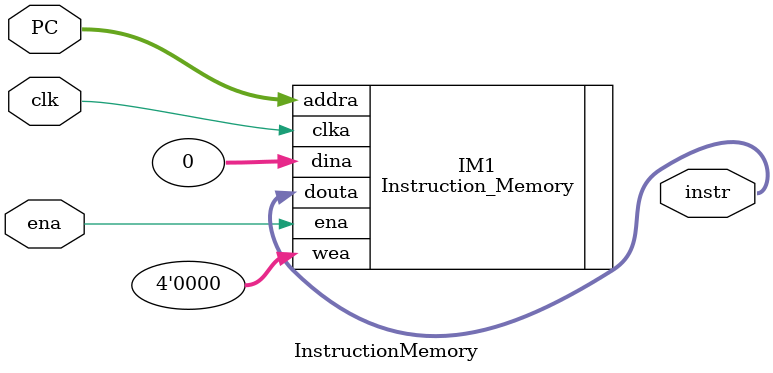
<source format=v>
`timescale 1ns / 1ps

// Instruction Memory Block
module InstructionMemory(
	 input clk,
	 input [31:0] PC,
	 input ena,
	 output [31:0] instr
    );
	 
	 
Instruction_Memory IM1 (
  .clka(clk), // input clka
  .ena(ena), // input ena
  .wea(4'b0), // input [3 : 0] wea
  .addra(PC), // input [31 : 0] addra
  .dina(32'b0), // input [31 : 0] dina
  .douta(instr) // output [31 : 0] douta
);

endmodule

</source>
